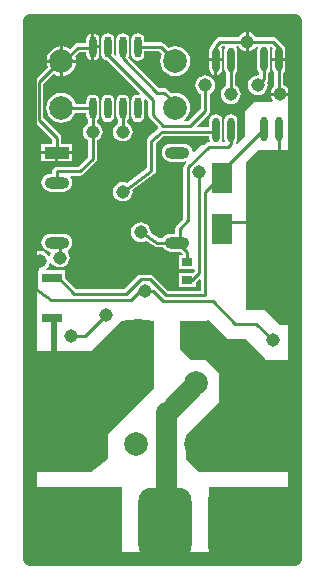
<source format=gtl>
%FSLAX25Y25*%
%MOIN*%
G70*
G01*
G75*
G04 Layer_Physical_Order=1*
G04 Layer_Color=255*
%ADD10R,0.06890X0.10433*%
%ADD11R,0.08504X0.08898*%
%ADD12R,0.06693X0.02953*%
%ADD13R,0.08268X0.03937*%
%ADD14O,0.08268X0.03937*%
%ADD15O,0.02362X0.07087*%
%ADD16O,0.02362X0.08268*%
%ADD17R,0.03543X0.02756*%
%ADD18C,0.01000*%
%ADD19C,0.05000*%
%ADD20C,0.07000*%
%ADD21C,0.02000*%
%ADD22R,0.29000X0.24000*%
%ADD23R,0.30500X0.24000*%
%ADD24C,0.04724*%
G04:AMPARAMS|DCode=25|XSize=137.8mil|YSize=236.22mil|CornerRadius=34.45mil|HoleSize=0mil|Usage=FLASHONLY|Rotation=0.000|XOffset=0mil|YOffset=0mil|HoleType=Round|Shape=RoundedRectangle|*
%AMROUNDEDRECTD25*
21,1,0.13780,0.16732,0,0,0.0*
21,1,0.06890,0.23622,0,0,0.0*
1,1,0.06890,0.03445,-0.08366*
1,1,0.06890,-0.03445,-0.08366*
1,1,0.06890,-0.03445,0.08366*
1,1,0.06890,0.03445,0.08366*
%
%ADD25ROUNDEDRECTD25*%
G04:AMPARAMS|DCode=26|XSize=177.16mil|YSize=236.22mil|CornerRadius=44.29mil|HoleSize=0mil|Usage=FLASHONLY|Rotation=0.000|XOffset=0mil|YOffset=0mil|HoleType=Round|Shape=RoundedRectangle|*
%AMROUNDEDRECTD26*
21,1,0.17716,0.14764,0,0,0.0*
21,1,0.08858,0.23622,0,0,0.0*
1,1,0.08858,0.04429,-0.07382*
1,1,0.08858,-0.04429,-0.07382*
1,1,0.08858,-0.04429,0.07382*
1,1,0.08858,0.04429,0.07382*
%
%ADD26ROUNDEDRECTD26*%
G04:AMPARAMS|DCode=27|XSize=374.02mil|YSize=157.48mil|CornerRadius=39.37mil|HoleSize=0mil|Usage=FLASHONLY|Rotation=90.000|XOffset=0mil|YOffset=0mil|HoleType=Round|Shape=RoundedRectangle|*
%AMROUNDEDRECTD27*
21,1,0.37402,0.07874,0,0,90.0*
21,1,0.29528,0.15748,0,0,90.0*
1,1,0.07874,0.03937,0.14764*
1,1,0.07874,0.03937,-0.14764*
1,1,0.07874,-0.03937,-0.14764*
1,1,0.07874,-0.03937,0.14764*
%
%ADD27ROUNDEDRECTD27*%
G04:AMPARAMS|DCode=28|XSize=295.28mil|YSize=157.48mil|CornerRadius=39.37mil|HoleSize=0mil|Usage=FLASHONLY|Rotation=90.000|XOffset=0mil|YOffset=0mil|HoleType=Round|Shape=RoundedRectangle|*
%AMROUNDEDRECTD28*
21,1,0.29528,0.07874,0,0,90.0*
21,1,0.21654,0.15748,0,0,90.0*
1,1,0.07874,0.03937,0.10827*
1,1,0.07874,0.03937,-0.10827*
1,1,0.07874,-0.03937,-0.10827*
1,1,0.07874,-0.03937,0.10827*
%
%ADD28ROUNDEDRECTD28*%
%ADD29C,0.07874*%
%ADD30C,0.04500*%
G36*
X88500Y78000D02*
X83500D01*
X78500Y83000D01*
X72000D01*
Y132500D01*
X76000Y136500D01*
X88500D01*
Y78000D01*
D02*
G37*
G36*
Y152500D02*
X86243D01*
X86022Y152948D01*
X86339Y153361D01*
X86666Y154152D01*
X86712Y154500D01*
X80288D01*
X80334Y154152D01*
X80661Y153361D01*
X80978Y152948D01*
X80756Y152500D01*
X74656D01*
X71690Y149500D01*
Y141000D01*
X68967Y138247D01*
X68807Y138331D01*
X68685Y138816D01*
X69055Y139369D01*
X69224Y140220D01*
Y146126D01*
X69055Y146977D01*
X68572Y147698D01*
X67851Y148180D01*
X67000Y148350D01*
X66149Y148180D01*
X65428Y147698D01*
X64946Y146977D01*
X64776Y146126D01*
Y140220D01*
X64936Y139416D01*
X64750Y139189D01*
X64250D01*
X64064Y139416D01*
X64224Y140220D01*
Y146126D01*
X64055Y146977D01*
X63573Y147698D01*
X62851Y148180D01*
X62000Y148350D01*
X61149Y148180D01*
X60427Y147698D01*
X59945Y146977D01*
X59776Y146126D01*
Y144038D01*
X59750Y144029D01*
X55846D01*
X55654Y144491D01*
X59581Y148419D01*
X59913Y148915D01*
X60029Y149500D01*
Y155116D01*
X60139Y155161D01*
X60818Y155682D01*
X61339Y156361D01*
X61666Y157152D01*
X61778Y158000D01*
X61666Y158848D01*
X61339Y159639D01*
X60818Y160318D01*
X60139Y160839D01*
X59348Y161166D01*
X58500Y161278D01*
X57652Y161166D01*
X56861Y160839D01*
X56182Y160318D01*
X55661Y159639D01*
X55334Y158848D01*
X55222Y158000D01*
X55334Y157152D01*
X55661Y156361D01*
X56182Y155682D01*
X56861Y155161D01*
X56971Y155116D01*
Y150134D01*
X52867Y146029D01*
X51561D01*
X51401Y146503D01*
X52021Y146979D01*
X52812Y148010D01*
X53310Y149211D01*
X53480Y150500D01*
X53310Y151789D01*
X52812Y152990D01*
X52021Y154021D01*
X50990Y154813D01*
X49789Y155310D01*
X48500Y155480D01*
X47211Y155310D01*
X47128Y155275D01*
X45822Y156581D01*
X45325Y156913D01*
X44740Y157029D01*
X43134D01*
X32888Y167274D01*
X33055Y167523D01*
X33224Y168374D01*
Y173098D01*
X33055Y173949D01*
X32572Y174671D01*
X31851Y175153D01*
X31000Y175322D01*
X30149Y175153D01*
X29427Y174671D01*
X28945Y173949D01*
X28776Y173098D01*
Y168374D01*
X28850Y168001D01*
X28582Y167858D01*
X28180Y168155D01*
X28224Y168374D01*
Y173098D01*
X28055Y173949D01*
X27573Y174671D01*
X26851Y175153D01*
X26000Y175322D01*
X25149Y175153D01*
X24428Y174671D01*
X23945Y173949D01*
X23776Y173098D01*
Y168374D01*
X23945Y167523D01*
X24428Y166802D01*
X25149Y166320D01*
X25624Y166225D01*
X36638Y155211D01*
X36402Y154770D01*
X36000Y154850D01*
X35149Y154681D01*
X34427Y154199D01*
X33945Y153477D01*
X33776Y152626D01*
Y147902D01*
X33945Y147051D01*
X34427Y146329D01*
X35149Y145847D01*
X36000Y145678D01*
X36851Y145847D01*
X37573Y146329D01*
X38055Y147051D01*
X38224Y147902D01*
Y152626D01*
X38144Y153029D01*
X38585Y153264D01*
X39471Y152378D01*
Y148000D01*
X39587Y147415D01*
X39919Y146919D01*
X42837Y144000D01*
X42818Y143501D01*
X39505Y140661D01*
X39468Y140614D01*
X39419Y140581D01*
X39285Y140381D01*
X39136Y140192D01*
X39120Y140135D01*
X39087Y140085D01*
X39040Y139849D01*
X38975Y139617D01*
X38982Y139558D01*
X38971Y139500D01*
Y130273D01*
X32406Y125435D01*
X31848Y125666D01*
X31000Y125778D01*
X30152Y125666D01*
X29361Y125339D01*
X28682Y124818D01*
X28161Y124139D01*
X27834Y123348D01*
X27722Y122500D01*
X27834Y121652D01*
X28161Y120861D01*
X28682Y120182D01*
X29361Y119661D01*
X30152Y119334D01*
X31000Y119222D01*
X31848Y119334D01*
X32639Y119661D01*
X33318Y120182D01*
X33839Y120861D01*
X34166Y121652D01*
X34278Y122500D01*
X34216Y122970D01*
X41407Y128269D01*
X41485Y128354D01*
X41581Y128419D01*
X41684Y128573D01*
X41809Y128710D01*
X41849Y128819D01*
X41913Y128915D01*
X41949Y129097D01*
X42012Y129271D01*
X42007Y129386D01*
X42029Y129500D01*
Y138797D01*
X44566Y140971D01*
X59776D01*
Y140220D01*
X59945Y139369D01*
X59764Y139029D01*
X59697D01*
X59111Y138913D01*
X58615Y138581D01*
X58034Y138000D01*
X57500D01*
X54749Y135593D01*
X54281Y135769D01*
X54215Y136275D01*
X53916Y136997D01*
X53440Y137617D01*
X52820Y138093D01*
X52098Y138392D01*
X51323Y138494D01*
X46992D01*
X46217Y138392D01*
X45495Y138093D01*
X44875Y137617D01*
X44399Y136997D01*
X44100Y136275D01*
X43998Y135500D01*
X44100Y134725D01*
X44399Y134003D01*
X44875Y133383D01*
X45495Y132907D01*
X46217Y132608D01*
X46992Y132506D01*
X51323D01*
X51953Y132589D01*
X52174Y132140D01*
X51669Y131635D01*
X51337Y131139D01*
X51221Y130553D01*
Y113514D01*
X48919Y111211D01*
X48587Y110715D01*
X48471Y110130D01*
Y108494D01*
X46992D01*
X46217Y108392D01*
X45495Y108093D01*
X44875Y107617D01*
X44424Y107029D01*
X42945D01*
X40245Y108748D01*
X40278Y109000D01*
X40166Y109848D01*
X39839Y110639D01*
X39318Y111318D01*
X38639Y111839D01*
X37848Y112166D01*
X37000Y112278D01*
X36152Y112166D01*
X35361Y111839D01*
X34682Y111318D01*
X34161Y110639D01*
X33834Y109848D01*
X33722Y109000D01*
X33834Y108152D01*
X34161Y107361D01*
X34682Y106682D01*
X35361Y106161D01*
X36152Y105834D01*
X37000Y105722D01*
X37848Y105834D01*
X38623Y106154D01*
X41679Y104210D01*
X41804Y104161D01*
X41915Y104087D01*
X42079Y104054D01*
X42235Y103994D01*
X42369Y103997D01*
X42500Y103971D01*
X44424D01*
X44875Y103383D01*
X45495Y102907D01*
X46217Y102608D01*
X46992Y102506D01*
X50256D01*
X50923Y101839D01*
Y101331D01*
X49728D01*
Y96575D01*
X54759D01*
X54950Y96113D01*
X54262Y95425D01*
X49728D01*
Y90669D01*
X55272D01*
Y92109D01*
X56509Y93346D01*
X56971Y93154D01*
Y89529D01*
X45937D01*
X41135Y94331D01*
X40639Y94663D01*
X40053Y94779D01*
X36947D01*
X36459Y94682D01*
X36362Y94663D01*
X35865Y94331D01*
X31563Y90029D01*
X15425D01*
X11846Y93608D01*
Y96268D01*
X5404D01*
X5243Y96741D01*
X5818Y97182D01*
X6339Y97861D01*
X6666Y98652D01*
X6667Y98656D01*
X7161Y98861D01*
X7682Y98182D01*
X8361Y97661D01*
X9152Y97334D01*
X10000Y97222D01*
X10848Y97334D01*
X11639Y97661D01*
X12318Y98182D01*
X12839Y98861D01*
X13166Y99652D01*
X13278Y100500D01*
X13166Y101348D01*
X12839Y102139D01*
X12618Y102427D01*
X12683Y102923D01*
X13283Y103383D01*
X13758Y104003D01*
X14058Y104725D01*
X14160Y105500D01*
X14058Y106275D01*
X13758Y106997D01*
X13283Y107617D01*
X12662Y108093D01*
X11940Y108392D01*
X11165Y108494D01*
X6835D01*
X6060Y108392D01*
X5338Y108093D01*
X4718Y107617D01*
X4242Y106997D01*
X3943Y106275D01*
X3841Y105500D01*
X3943Y104725D01*
X4242Y104003D01*
X4718Y103383D01*
X5338Y102907D01*
X6060Y102608D01*
X6835Y102506D01*
X6863D01*
X7141Y102090D01*
X6834Y101348D01*
X6833Y101344D01*
X6339Y101139D01*
X5818Y101818D01*
X5139Y102339D01*
X4348Y102666D01*
X3500Y102778D01*
X2652Y102666D01*
X1861Y102339D01*
X1182Y101818D01*
X661Y101139D01*
X490Y100727D01*
X0Y100824D01*
Y179500D01*
X88500D01*
Y152500D01*
D02*
G37*
G36*
X41500Y79500D02*
Y57000D01*
X26000Y41500D01*
Y33500D01*
X20500Y29000D01*
X0D01*
Y69000D01*
X500Y69500D01*
X20500D01*
X30500Y79500D01*
X36000Y80000D01*
X41500Y79500D01*
D02*
G37*
G36*
X66000Y73500D02*
X72000D01*
X78500Y67000D01*
Y66500D01*
X88500D01*
Y29000D01*
X56500D01*
X52000Y33500D01*
Y41500D01*
X63000Y52000D01*
Y62000D01*
X58500Y66500D01*
X53500D01*
X50000Y70000D01*
Y79500D01*
X59000D01*
X59500Y80000D01*
X66000Y73500D01*
D02*
G37*
%LPC*%
G36*
X26000Y154850D02*
X25149Y154681D01*
X24428Y154199D01*
X23945Y153477D01*
X23776Y152626D01*
Y147902D01*
X23945Y147051D01*
X24428Y146329D01*
X25149Y145847D01*
X26000Y145678D01*
X26851Y145847D01*
X27573Y146329D01*
X28055Y147051D01*
X28224Y147902D01*
Y152626D01*
X28055Y153477D01*
X27573Y154199D01*
X26851Y154681D01*
X26000Y154850D01*
D02*
G37*
G36*
X85224Y166114D02*
X80776D01*
Y163661D01*
X80945Y162810D01*
X81428Y162089D01*
X81471Y162060D01*
Y157539D01*
X81182Y157318D01*
X80661Y156639D01*
X80334Y155848D01*
X80288Y155500D01*
X86712D01*
X86666Y155848D01*
X86339Y156639D01*
X85818Y157318D01*
X85139Y157839D01*
X84529Y158091D01*
Y162060D01*
X84572Y162089D01*
X85054Y162810D01*
X85224Y163661D01*
Y166114D01*
D02*
G37*
G36*
X31000Y154850D02*
X30149Y154681D01*
X29427Y154199D01*
X28945Y153477D01*
X28776Y152626D01*
Y147902D01*
X28945Y147051D01*
X29427Y146329D01*
X29471Y146300D01*
Y145384D01*
X29361Y145339D01*
X28682Y144818D01*
X28161Y144139D01*
X27834Y143348D01*
X27722Y142500D01*
X27834Y141652D01*
X28161Y140861D01*
X28682Y140182D01*
X29361Y139661D01*
X30152Y139334D01*
X31000Y139222D01*
X31848Y139334D01*
X32639Y139661D01*
X33318Y140182D01*
X33839Y140861D01*
X34166Y141652D01*
X34278Y142500D01*
X34166Y143348D01*
X33839Y144139D01*
X33318Y144818D01*
X32639Y145339D01*
X32529Y145384D01*
Y146300D01*
X32572Y146329D01*
X33055Y147051D01*
X33224Y147902D01*
Y152626D01*
X33055Y153477D01*
X32572Y154199D01*
X31851Y154681D01*
X31000Y154850D01*
D02*
G37*
G36*
X10500Y155480D02*
X9211Y155310D01*
X8010Y154813D01*
X6979Y154021D01*
X6188Y152990D01*
X5690Y151789D01*
X5520Y150500D01*
X5690Y149211D01*
X6188Y148010D01*
X6979Y146979D01*
X8010Y146187D01*
X9211Y145690D01*
X10500Y145520D01*
X11789Y145690D01*
X12990Y146187D01*
X14021Y146979D01*
X14812Y148010D01*
X15112Y148734D01*
X18776D01*
Y147902D01*
X18945Y147051D01*
X19428Y146329D01*
X19471Y146300D01*
Y145384D01*
X19361Y145339D01*
X18682Y144818D01*
X18161Y144139D01*
X17834Y143348D01*
X17722Y142500D01*
X17834Y141652D01*
X18161Y140861D01*
X18682Y140182D01*
X19361Y139661D01*
X19471Y139616D01*
Y134134D01*
X16154Y130817D01*
X9000D01*
X8415Y130700D01*
X7919Y130369D01*
X7587Y129873D01*
X7471Y129287D01*
Y128494D01*
X6835D01*
X6060Y128392D01*
X5338Y128093D01*
X4718Y127617D01*
X4242Y126997D01*
X3943Y126275D01*
X3841Y125500D01*
X3943Y124725D01*
X4242Y124003D01*
X4718Y123383D01*
X5338Y122907D01*
X6060Y122608D01*
X6835Y122506D01*
X11165D01*
X11940Y122608D01*
X12662Y122907D01*
X13283Y123383D01*
X13758Y124003D01*
X14058Y124725D01*
X14160Y125500D01*
X14058Y126275D01*
X13758Y126997D01*
X13519Y127310D01*
X13740Y127758D01*
X16787D01*
X17373Y127874D01*
X17869Y128206D01*
X22081Y132419D01*
X22413Y132915D01*
X22529Y133500D01*
Y139616D01*
X22639Y139661D01*
X23318Y140182D01*
X23839Y140861D01*
X24166Y141652D01*
X24278Y142500D01*
X24166Y143348D01*
X23839Y144139D01*
X23318Y144818D01*
X22639Y145339D01*
X22529Y145384D01*
Y146300D01*
X22572Y146329D01*
X23055Y147051D01*
X23224Y147902D01*
Y152626D01*
X23055Y153477D01*
X22572Y154199D01*
X21851Y154681D01*
X21000Y154850D01*
X20149Y154681D01*
X19428Y154199D01*
X18945Y153477D01*
X18776Y152626D01*
Y151793D01*
X15308D01*
X14812Y152990D01*
X14021Y154021D01*
X12990Y154813D01*
X11789Y155310D01*
X10500Y155480D01*
D02*
G37*
G36*
X8500Y135000D02*
X3866D01*
Y132531D01*
X8500D01*
Y135000D01*
D02*
G37*
G36*
X14134D02*
X9500D01*
Y132531D01*
X14134D01*
Y135000D01*
D02*
G37*
G36*
X36000Y175322D02*
X35149Y175153D01*
X34427Y174671D01*
X33945Y173949D01*
X33776Y173098D01*
Y168374D01*
X33945Y167523D01*
X34427Y166802D01*
X35149Y166320D01*
X36000Y166150D01*
X36851Y166320D01*
X37573Y166802D01*
X38055Y167523D01*
X38224Y168374D01*
Y169207D01*
X43130D01*
X44088Y168249D01*
X43690Y167289D01*
X43520Y166000D01*
X43690Y164711D01*
X44188Y163510D01*
X44979Y162479D01*
X46010Y161688D01*
X47211Y161190D01*
X48500Y161020D01*
X49789Y161190D01*
X50990Y161688D01*
X52021Y162479D01*
X52812Y163510D01*
X53310Y164711D01*
X53480Y166000D01*
X53310Y167289D01*
X52812Y168490D01*
X52021Y169521D01*
X50990Y170312D01*
X49789Y170810D01*
X48500Y170980D01*
X47211Y170810D01*
X46251Y170412D01*
X44845Y171818D01*
X44349Y172149D01*
X43764Y172266D01*
X38224D01*
Y173098D01*
X38055Y173949D01*
X37573Y174671D01*
X36851Y175153D01*
X36000Y175322D01*
D02*
G37*
G36*
X73000Y175712D02*
Y172500D01*
Y169288D01*
X73348Y169334D01*
X74139Y169661D01*
X74818Y170182D01*
X75339Y170861D01*
X75986Y170593D01*
X76020Y170530D01*
X75946Y170418D01*
X75776Y169567D01*
Y163661D01*
X75946Y162810D01*
X76428Y162089D01*
X76430Y162087D01*
X76463Y161588D01*
X76095Y161266D01*
X76000Y161278D01*
X75152Y161166D01*
X74361Y160839D01*
X73682Y160318D01*
X73161Y159639D01*
X72834Y158848D01*
X72722Y158000D01*
X72834Y157152D01*
X73161Y156361D01*
X73682Y155682D01*
X74361Y155161D01*
X75152Y154834D01*
X76000Y154722D01*
X76848Y154834D01*
X77639Y155161D01*
X78318Y155682D01*
X78839Y156361D01*
X79166Y157152D01*
X79278Y158000D01*
X79166Y158848D01*
X79116Y158970D01*
X79413Y159415D01*
X79529Y160000D01*
Y162060D01*
X79572Y162089D01*
X80054Y162810D01*
X80224Y163661D01*
Y169567D01*
X80054Y170418D01*
X79980Y170530D01*
X80070Y170699D01*
X80565Y170772D01*
X80941Y170396D01*
X80776Y169567D01*
Y167114D01*
X85224D01*
Y169567D01*
X85054Y170418D01*
X84572Y171140D01*
X84219Y171376D01*
X84081Y171581D01*
X82081Y173581D01*
X81585Y173913D01*
X81000Y174029D01*
X75384D01*
X75339Y174139D01*
X74818Y174818D01*
X74139Y175339D01*
X73348Y175666D01*
X73000Y175712D01*
D02*
G37*
G36*
X10000Y170914D02*
X9211Y170810D01*
X8010Y170312D01*
X6979Y169521D01*
X6188Y168490D01*
X5690Y167289D01*
X5586Y166500D01*
X10000D01*
Y170914D01*
D02*
G37*
G36*
X72000Y175712D02*
X71652Y175666D01*
X70861Y175339D01*
X70182Y174818D01*
X69661Y174139D01*
X69616Y174029D01*
X63500D01*
X62915Y173913D01*
X62419Y173581D01*
X60919Y172081D01*
X60587Y171585D01*
X60471Y171000D01*
Y170956D01*
X60427Y170927D01*
X59945Y170205D01*
X59776Y169354D01*
Y166902D01*
X64224D01*
Y169354D01*
X64055Y170205D01*
X63780Y170617D01*
X64134Y170971D01*
X64926D01*
X65162Y170530D01*
X64946Y170205D01*
X64776Y169354D01*
Y163449D01*
X64946Y162598D01*
X65428Y161876D01*
X65471Y161848D01*
Y157884D01*
X65361Y157839D01*
X64682Y157318D01*
X64161Y156639D01*
X63834Y155848D01*
X63722Y155000D01*
X63834Y154152D01*
X64161Y153361D01*
X64682Y152682D01*
X65361Y152161D01*
X66152Y151834D01*
X67000Y151722D01*
X67848Y151834D01*
X68639Y152161D01*
X69318Y152682D01*
X69839Y153361D01*
X70166Y154152D01*
X70278Y155000D01*
X70166Y155848D01*
X69839Y156639D01*
X69318Y157318D01*
X68639Y157839D01*
X68529Y157884D01*
Y161848D01*
X68572Y161876D01*
X69055Y162598D01*
X69224Y163449D01*
Y169354D01*
X69055Y170205D01*
X68838Y170530D01*
X69074Y170971D01*
X69616D01*
X69661Y170861D01*
X70182Y170182D01*
X70861Y169661D01*
X71652Y169334D01*
X72000Y169288D01*
Y172500D01*
Y175712D01*
D02*
G37*
G36*
X21500Y175223D02*
Y171236D01*
X23224D01*
Y173098D01*
X23055Y173949D01*
X22572Y174671D01*
X21851Y175153D01*
X21500Y175223D01*
D02*
G37*
G36*
X20500D02*
X20149Y175153D01*
X19428Y174671D01*
X18945Y173949D01*
X18776Y173098D01*
Y172029D01*
X16000D01*
X15415Y171913D01*
X14919Y171581D01*
X13363Y170026D01*
X12990Y170312D01*
X11789Y170810D01*
X11000Y170914D01*
Y166500D01*
X15414D01*
X15310Y167289D01*
X15205Y167542D01*
X16634Y168971D01*
X18776D01*
Y168374D01*
X18945Y167523D01*
X19428Y166802D01*
X20149Y166320D01*
X20500Y166250D01*
Y170736D01*
Y175223D01*
D02*
G37*
G36*
X15414Y165500D02*
X11000D01*
Y161086D01*
X11789Y161190D01*
X12990Y161688D01*
X14021Y162479D01*
X14812Y163510D01*
X15310Y164711D01*
X15414Y165500D01*
D02*
G37*
G36*
X10000D02*
X5586D01*
X5690Y164711D01*
X5941Y164104D01*
X1919Y160081D01*
X1587Y159585D01*
X1471Y159000D01*
Y146500D01*
X1587Y145915D01*
X1919Y145419D01*
X7471Y139866D01*
Y138469D01*
X3866D01*
Y136000D01*
X14134D01*
Y138469D01*
X10529D01*
Y140500D01*
X10413Y141085D01*
X10081Y141581D01*
X4529Y147134D01*
Y158367D01*
X7920Y161757D01*
X8010Y161688D01*
X9211Y161190D01*
X10000Y161086D01*
Y165500D01*
D02*
G37*
G36*
X61500Y165902D02*
X59776D01*
Y163449D01*
X59945Y162598D01*
X60427Y161876D01*
X61149Y161394D01*
X61500Y161325D01*
Y165902D01*
D02*
G37*
G36*
X23224Y170236D02*
X21500D01*
Y166250D01*
X21851Y166320D01*
X22572Y166802D01*
X23055Y167523D01*
X23224Y168374D01*
Y170236D01*
D02*
G37*
G36*
X64224Y165902D02*
X62500D01*
Y161325D01*
X62851Y161394D01*
X63573Y161876D01*
X64055Y162598D01*
X64224Y163449D01*
Y165902D01*
D02*
G37*
%LPD*%
D10*
X64000Y110035D02*
D03*
Y126965D02*
D03*
D11*
X56146Y74000D02*
D03*
X36854D02*
D03*
D12*
X7500Y80209D02*
D03*
Y93791D02*
D03*
D13*
X9000Y135500D02*
D03*
D14*
Y125500D02*
D03*
Y105500D02*
D03*
X49157Y135500D02*
D03*
Y105500D02*
D03*
D15*
X21000Y150264D02*
D03*
X26000D02*
D03*
X31000D02*
D03*
X36000D02*
D03*
X21000Y170736D02*
D03*
X26000D02*
D03*
X31000D02*
D03*
X36000D02*
D03*
D16*
X62000Y143173D02*
D03*
X67000D02*
D03*
X62000Y166402D02*
D03*
X67000D02*
D03*
X83000Y166614D02*
D03*
X78000D02*
D03*
X83000Y143386D02*
D03*
X78000D02*
D03*
D17*
X52500Y93047D02*
D03*
Y98953D02*
D03*
D18*
X2000Y90000D02*
X7000Y86500D01*
X2000Y90000D02*
Y96000D01*
X3500Y99500D01*
X50000Y105500D02*
Y110130D01*
X42500Y105500D02*
X49157D01*
X37000Y109000D02*
X42500Y105500D01*
X7000Y86500D02*
X33828D01*
X10000Y100500D02*
Y105000D01*
Y99500D02*
Y100500D01*
X9000Y105500D02*
X9500Y105000D01*
X9000Y125500D02*
Y129287D01*
X60000Y142500D02*
X62000Y143173D01*
X44000Y142500D02*
X60000D01*
X40500Y139500D02*
X44000Y142500D01*
X40500Y129500D02*
Y139500D01*
X31000Y122500D02*
X40500Y129500D01*
X52453Y98500D02*
Y102472D01*
X58500Y88000D02*
Y122500D01*
X49425Y105500D02*
X50000D01*
X49157D02*
X49425D01*
X50000Y110130D02*
X52750Y112880D01*
X66000Y137500D02*
X67000Y138500D01*
X59697Y137500D02*
X66000D01*
X52750Y130553D02*
X59697Y137500D01*
X80000Y104500D02*
Y128000D01*
X83000Y131000D01*
Y143386D01*
X66035Y112500D02*
X72000D01*
X80000Y104500D01*
X9000Y94291D02*
X14791Y88500D01*
X32197D02*
X36947Y93250D01*
X40053D01*
X45303Y88000D01*
X58500D01*
X52750Y112880D02*
Y130553D01*
X67000Y138500D02*
Y143173D01*
X33828Y86500D02*
X37664Y90336D01*
X14791Y88500D02*
X32197D01*
X63579Y128965D02*
X78000Y143386D01*
X58500Y122500D02*
X65500Y129500D01*
X13750Y74482D02*
X18482D01*
X25500Y81500D01*
X75500Y78500D02*
X81000Y73000D01*
X68500Y78500D02*
X75500D01*
X61000Y86000D02*
X68500Y78500D01*
X44475Y86000D02*
X61000D01*
X40975Y89500D02*
X44475Y86000D01*
X38500Y89500D02*
X40975D01*
X21000Y142500D02*
Y150264D01*
X31000Y142500D02*
Y150264D01*
X83000Y155500D02*
X83500Y155000D01*
X83000Y155500D02*
Y166614D01*
X78000Y160000D02*
Y166614D01*
X76000Y158000D02*
X78000Y160000D01*
X67000Y155000D02*
Y166402D01*
X9000Y129287D02*
X16787D01*
X21000Y133500D01*
Y142500D01*
X10736Y150264D02*
X21000D01*
X10500Y150500D02*
X10736Y150264D01*
X10000Y166000D02*
X11500D01*
X16000Y170500D01*
X20764D01*
X21000Y170736D01*
X3000Y146500D02*
X9000Y140500D01*
X3000Y159000D02*
X10000Y166000D01*
X9000Y135500D02*
Y140500D01*
X3000Y146500D02*
Y159000D01*
X36000Y170736D02*
X43764D01*
X48500Y166000D01*
X41000Y148000D02*
Y153012D01*
Y148000D02*
X44500Y144500D01*
X53500D01*
X58500Y149500D01*
Y158000D01*
X26000Y168012D02*
X41000Y153012D01*
X26000Y168012D02*
Y170736D01*
X44740Y155500D02*
X48953Y151287D01*
X42500Y155500D02*
X44740D01*
X31000Y167000D02*
X42500Y155500D01*
X31000Y167000D02*
Y170736D01*
X63500Y172500D02*
X72500D01*
X62000Y166402D02*
Y171000D01*
X63500Y172500D01*
X83000Y166614D02*
Y170500D01*
X81000Y172500D02*
X83000Y170500D01*
X72500Y172500D02*
X81000D01*
X52385Y93162D02*
X54162D01*
X56500Y95500D01*
Y129000D01*
X49425Y105500D02*
X52453Y102472D01*
D19*
X44957Y18000D02*
X46500Y19543D01*
X35461Y72606D02*
X36854Y74000D01*
D20*
X46500Y49500D02*
X55539Y58539D01*
X66500Y49421D02*
Y63646D01*
X56146Y74000D02*
X66500Y63646D01*
X64579Y47500D02*
X80500D01*
X55539Y38461D02*
X64579Y47500D01*
X66500Y49421D01*
X45500Y19043D02*
Y49000D01*
X8000Y48000D02*
X24921D01*
X35461Y58539D01*
Y72606D01*
D21*
X8000Y47291D02*
Y80000D01*
D22*
X74000Y12000D02*
D03*
D23*
X15250D02*
D03*
D24*
X0Y0D02*
Y179500D01*
Y0D02*
X88500D01*
X0Y179500D02*
X88500D01*
Y0D02*
Y179500D01*
D25*
X66413Y12094D02*
D03*
X23500D02*
D03*
D26*
X44957D02*
D03*
D27*
X80000Y104500D02*
D03*
D28*
X8000Y48000D02*
D03*
X80500Y47500D02*
D03*
D29*
X35461Y58539D02*
D03*
X55539D02*
D03*
X35461Y38461D02*
D03*
X55539D02*
D03*
X10500Y150500D02*
D03*
Y166000D02*
D03*
X48500Y150500D02*
D03*
X48500Y166000D02*
D03*
D30*
X10000Y100500D02*
D03*
X38500Y89500D02*
D03*
X56500Y129000D02*
D03*
X3500Y99500D02*
D03*
X13750Y74482D02*
D03*
X25500Y81500D02*
D03*
X81000Y73000D02*
D03*
X31000Y122500D02*
D03*
X21000Y142500D02*
D03*
X31000D02*
D03*
X83500Y155000D02*
D03*
X76000Y158000D02*
D03*
X67000Y155000D02*
D03*
X58500Y158000D02*
D03*
X72500Y172500D02*
D03*
X37000Y109000D02*
D03*
M02*

</source>
